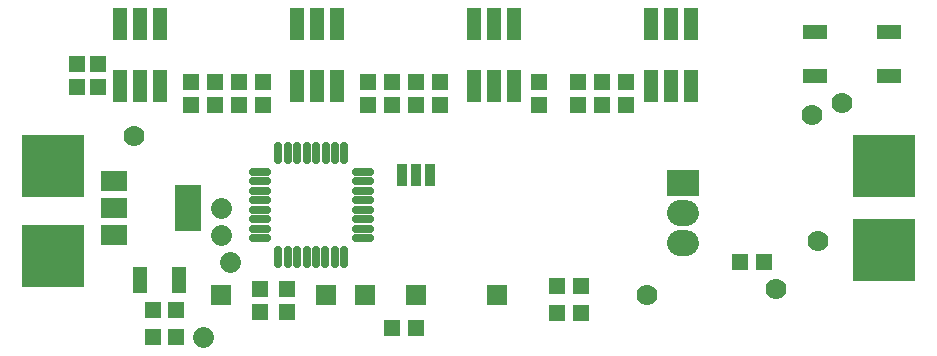
<source format=gts>
G04 ---------------------------- Layer name :TOP SOLDER LAYER*
G04 EasyEDA v5.5.15, Sun, 01 Jul 2018 10:37:49 GMT*
G04 c73fb6d924554c21b160e83e72d7d2f4*
G04 Gerber Generator version 0.2*
G04 Scale: 100 percent, Rotated: No, Reflected: No *
G04 Dimensions in millimeters *
G04 leading zeros omitted , absolute positions ,3 integer and 3 decimal *
%FSLAX33Y33*%
%MOMM*%
G90*
G71D02*

%ADD14C,0.653212*%
%ADD18C,1.778254*%
%ADD19R,2.203196X4.003192*%
%ADD20R,2.203196X1.703197*%
%ADD21R,0.904240X1.902460*%
%ADD22R,2.003196X1.303198*%
%ADD23R,1.303198X2.703195*%
%ADD24R,1.409700X1.409700*%
%ADD25R,1.409700X1.410198*%
%ADD26R,1.409700X1.410208*%
%ADD27C,1.778000*%
%ADD28R,1.410208X1.409700*%
%ADD29R,1.203198X2.203196*%
%ADD30R,2.703195X2.203196*%
%ADD31R,1.778000X1.778000*%
%ADD32R,1.778000X1.778254*%
%ADD33R,2.203196X2.203196*%
%ADD34C,2.203196*%
%ADD35C,1.778203*%

%LPD*%
G54D34*
G01X57144Y11557D02*
G01X56647Y11557D01*
G01X57144Y14097D02*
G01X56647Y14097D01*
G54D14*
G01X28194Y9763D02*
G01X28194Y10962D01*
G01X27393Y9763D02*
G01X27393Y10962D01*
G01X26593Y9763D02*
G01X26593Y10962D01*
G01X25793Y9763D02*
G01X25793Y10962D01*
G01X24996Y9763D02*
G01X24996Y10962D01*
G01X24196Y9763D02*
G01X24196Y10962D01*
G01X23395Y9763D02*
G01X23395Y10962D01*
G01X22595Y9763D02*
G01X22595Y10962D01*
G01X21630Y11938D02*
G01X20431Y11938D01*
G01X21630Y12738D02*
G01X20431Y12738D01*
G01X21630Y13538D02*
G01X20431Y13538D01*
G01X21630Y14338D02*
G01X20431Y14338D01*
G01X21630Y15135D02*
G01X20431Y15135D01*
G01X21630Y15935D02*
G01X20431Y15935D01*
G01X21630Y16736D02*
G01X20431Y16736D01*
G01X21630Y17536D02*
G01X20431Y17536D01*
G01X22606Y18526D02*
G01X22606Y19725D01*
G01X23406Y18526D02*
G01X23406Y19725D01*
G01X24206Y18526D02*
G01X24206Y19725D01*
G01X25006Y18526D02*
G01X25006Y19725D01*
G01X25803Y18526D02*
G01X25803Y19725D01*
G01X26603Y18526D02*
G01X26603Y19725D01*
G01X27404Y18526D02*
G01X27404Y19725D01*
G01X28204Y18526D02*
G01X28204Y19725D01*
G01X30368Y17526D02*
G01X29169Y17526D01*
G01X30368Y16725D02*
G01X29169Y16725D01*
G01X30368Y15925D02*
G01X29169Y15925D01*
G01X30368Y15125D02*
G01X29169Y15125D01*
G01X30368Y14328D02*
G01X29169Y14328D01*
G01X30368Y13528D02*
G01X29169Y13528D01*
G01X30368Y12727D02*
G01X29169Y12727D01*
G01X30368Y11927D02*
G01X29169Y11927D01*
G54D35*
G01X17780Y14478D02*
G01X17779Y14478D01*
G54D18*
G01X17780Y12192D02*
G01X17780Y12192D01*
G01X18542Y9906D02*
G01X18542Y9906D01*
G01X16256Y3556D02*
G01X16256Y3556D01*
G01X64770Y7620D03*
G01X70358Y23368D03*
G01X53848Y7112D03*
G54D19*
G01X14986Y14478D03*
G54D20*
G01X8685Y14478D03*
G01X8685Y12178D03*
G01X8685Y16777D03*
G54D21*
G01X33096Y17270D03*
G01X34290Y17270D03*
G01X35483Y17270D03*
G54D22*
G01X68070Y29371D03*
G01X68070Y25670D03*
G01X74270Y29371D03*
G01X74270Y25670D03*
G54D23*
G01X57580Y30031D03*
G01X55878Y30031D03*
G01X54179Y30031D03*
G01X57580Y24831D03*
G01X55880Y24831D03*
G01X54179Y24831D03*
G01X42594Y30031D03*
G01X40895Y30031D03*
G01X39196Y30031D03*
G01X42594Y24831D03*
G01X40895Y24831D03*
G01X39196Y24831D03*
G01X27608Y30031D03*
G01X25906Y30031D03*
G01X24207Y30031D03*
G01X27608Y24831D03*
G01X25908Y24831D03*
G01X24207Y24831D03*
G01X12622Y30031D03*
G01X10923Y30031D03*
G01X9224Y30031D03*
G01X12622Y24831D03*
G01X10923Y24831D03*
G01X9224Y24831D03*
G54D24*
G01X61723Y9904D03*
G01X63704Y9904D03*
G01X13971Y5840D03*
G01X11990Y5840D03*
G01X13971Y3554D03*
G01X11990Y3554D03*
G54D30*
G01X56896Y16637D03*
G54D31*
G01X26670Y7112D03*
G01X29972Y7112D03*
G01X34290Y7112D03*
G54D32*
G01X41148Y7112D03*
G54D31*
G01X17780Y7112D03*
G54D25*
G01X15241Y25147D03*
G54D24*
G01X15241Y23166D03*
G54D25*
G01X17273Y25147D03*
G54D24*
G01X17273Y23166D03*
G54D25*
G01X19305Y25147D03*
G54D24*
G01X19305Y23166D03*
G54D25*
G01X21337Y25147D03*
G54D24*
G01X21337Y23166D03*
G01X46226Y5589D03*
G01X48207Y5589D03*
G01X46226Y7875D03*
G01X48207Y7875D03*
G54D25*
G01X30227Y25147D03*
G54D24*
G01X30227Y23166D03*
G54D25*
G01X32259Y25147D03*
G54D24*
G01X32259Y23166D03*
G54D25*
G01X34291Y25147D03*
G54D24*
G01X34291Y23166D03*
G54D25*
G01X36323Y25147D03*
G54D24*
G01X36323Y23166D03*
G54D25*
G01X44705Y25147D03*
G54D24*
G01X44705Y23166D03*
G54D25*
G01X48007Y25147D03*
G54D24*
G01X48007Y23166D03*
G54D25*
G01X50039Y25147D03*
G54D24*
G01X50039Y23166D03*
G54D25*
G01X52071Y25147D03*
G54D24*
G01X52071Y23166D03*
G54D26*
G01X5589Y26671D03*
G54D24*
G01X5589Y24690D03*
G54D26*
G01X7367Y26668D03*
G54D24*
G01X7367Y24687D03*
G01X23371Y7618D03*
G01X23371Y5637D03*
G01X21083Y7618D03*
G01X21083Y5637D03*
G54D27*
G01X10414Y20574D03*
G54D28*
G01X32256Y4319D03*
G54D24*
G01X34237Y4319D03*
G54D29*
G01X10922Y8382D03*
G01X14224Y8382D03*
G54D18*
G01X67818Y22352D03*
G01X68326Y11684D03*
G54D33*
G01X3556Y18034D03*
G01X5080Y18034D03*
G01X2032Y18034D03*
G01X3556Y16510D03*
G01X5080Y16510D03*
G01X2032Y16510D03*
G01X3556Y19558D03*
G01X5080Y19558D03*
G01X2032Y19558D03*
G01X3556Y10414D03*
G01X5080Y10414D03*
G01X2032Y10414D03*
G01X3556Y8890D03*
G01X5080Y8890D03*
G01X2032Y8890D03*
G01X3556Y11938D03*
G01X5080Y11938D03*
G01X2032Y11938D03*
G01X73914Y10922D03*
G01X75438Y10922D03*
G01X72390Y10922D03*
G01X73914Y9398D03*
G01X75438Y9398D03*
G01X72390Y9398D03*
G01X73914Y12446D03*
G01X75438Y12446D03*
G01X72390Y12446D03*
G01X73914Y18034D03*
G01X75438Y18034D03*
G01X72390Y18034D03*
G01X73914Y16510D03*
G01X75438Y16510D03*
G01X72390Y16510D03*
G01X73914Y19558D03*
G01X75438Y19558D03*
G01X72390Y19558D03*
M00*
M02*

</source>
